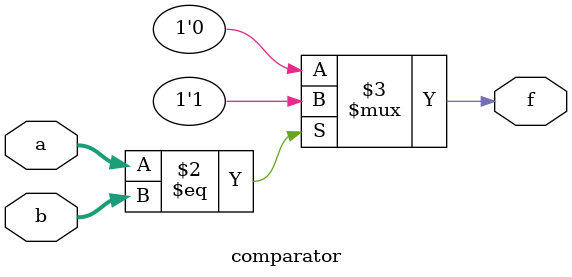
<source format=sv>
module comparator #(
    parameter width = 32
)

(
    input logic [width-1:0] a, b,
    output logic f
);

always_comb
begin : compare
    f = (a == b) ? 1'b1 : 1'b0;
end

endmodule : comparator
</source>
